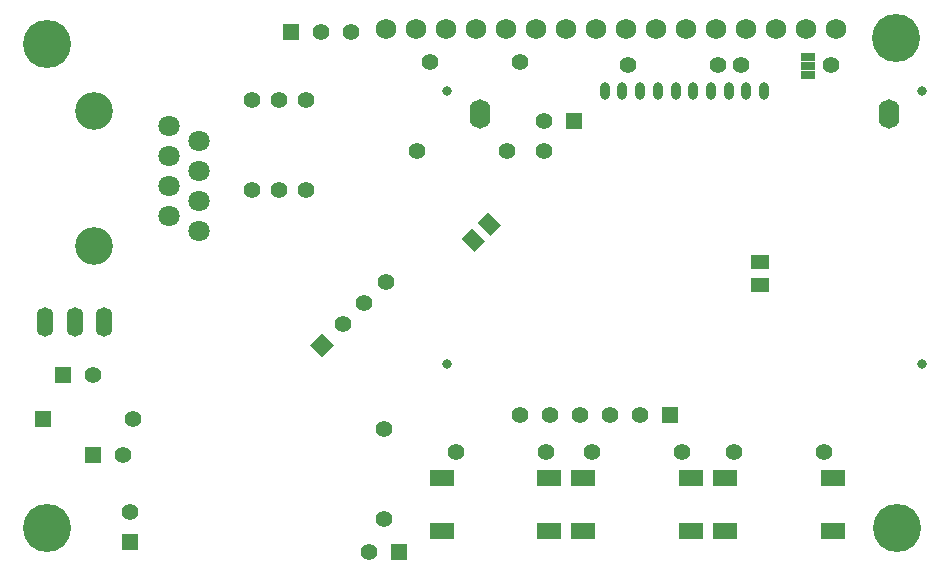
<source format=gbs>
G04 (created by PCBNEW (2013-05-18 BZR 4017)-stable) date Tue 31 Dec 2013 13:11:11 CST*
%MOIN*%
G04 Gerber Fmt 3.4, Leading zero omitted, Abs format*
%FSLAX34Y34*%
G01*
G70*
G90*
G04 APERTURE LIST*
%ADD10C,0.00590551*%
%ADD11C,0.055*%
%ADD12C,0.069*%
%ADD13R,0.059X0.0512*%
%ADD14C,0.16*%
%ADD15R,0.055X0.055*%
%ADD16R,0.0826772X0.0551181*%
%ADD17R,0.0492126X0.0295276*%
%ADD18O,0.0551181X0.0984252*%
%ADD19R,0.056X0.056*%
%ADD20C,0.056*%
%ADD21C,0.0708661*%
%ADD22C,0.125984*%
%ADD23O,0.0688976X0.0984252*%
%ADD24C,0.0314961*%
%ADD25O,0.0314961X0.0590551*%
G04 APERTURE END LIST*
G54D10*
G54D11*
X53228Y-38657D03*
X53228Y-41657D03*
X54133Y-41657D03*
X54133Y-38657D03*
X52322Y-41657D03*
X52322Y-38657D03*
X56732Y-49641D03*
X56732Y-52641D03*
G54D12*
X71800Y-36300D03*
X70800Y-36300D03*
X69800Y-36300D03*
X68800Y-36300D03*
X67800Y-36300D03*
X66800Y-36300D03*
X65800Y-36300D03*
X64800Y-36300D03*
X63800Y-36300D03*
X62800Y-36300D03*
X61800Y-36300D03*
X60800Y-36300D03*
X59800Y-36300D03*
X58800Y-36300D03*
X57800Y-36300D03*
X56800Y-36300D03*
G54D13*
X69251Y-44073D03*
X69251Y-44823D03*
G54D10*
G36*
X59667Y-42946D02*
X60085Y-43363D01*
X59723Y-43725D01*
X59305Y-43308D01*
X59667Y-42946D01*
X59667Y-42946D01*
G37*
G36*
X60198Y-42416D02*
X60615Y-42833D01*
X60253Y-43195D01*
X59836Y-42778D01*
X60198Y-42416D01*
X60198Y-42416D01*
G37*
G54D14*
X73818Y-52952D03*
X45472Y-52952D03*
X45472Y-36811D03*
X73800Y-36600D03*
G54D15*
X46035Y-47834D03*
G54D11*
X47035Y-47834D03*
G54D15*
X48267Y-53413D03*
G54D11*
X48267Y-52413D03*
G54D15*
X57232Y-53740D03*
G54D11*
X56232Y-53740D03*
X59129Y-50393D03*
X62129Y-50393D03*
X63657Y-50393D03*
X66657Y-50393D03*
X68381Y-50393D03*
X71381Y-50393D03*
X57830Y-40354D03*
X60830Y-40354D03*
G54D16*
X58641Y-53051D03*
X62224Y-53051D03*
X58641Y-51279D03*
X62224Y-51279D03*
X63366Y-53051D03*
X66948Y-53051D03*
X63366Y-51279D03*
X66948Y-51279D03*
X68090Y-53051D03*
X71673Y-53051D03*
X68090Y-51279D03*
X71673Y-51279D03*
G54D15*
X63059Y-39381D03*
G54D11*
X62059Y-39381D03*
X62059Y-40381D03*
G54D17*
X70866Y-37253D03*
X70866Y-37549D03*
X70866Y-37844D03*
G54D11*
X61244Y-37401D03*
X58244Y-37401D03*
G54D15*
X66240Y-49173D03*
G54D11*
X65240Y-49173D03*
X64240Y-49173D03*
X63240Y-49173D03*
X62240Y-49173D03*
X61240Y-49173D03*
G54D10*
G36*
X54648Y-47236D02*
X54259Y-46848D01*
X54648Y-46459D01*
X55036Y-46848D01*
X54648Y-47236D01*
X54648Y-47236D01*
G37*
G54D11*
X55355Y-46140D03*
X56062Y-45433D03*
X56769Y-44726D03*
G54D15*
X47019Y-50511D03*
G54D11*
X48019Y-50511D03*
X68618Y-37519D03*
X71618Y-37519D03*
X64838Y-37519D03*
X67838Y-37519D03*
G54D18*
X46417Y-46062D03*
X47401Y-46062D03*
X45433Y-46062D03*
G54D19*
X45350Y-49291D03*
G54D20*
X48350Y-49291D03*
G54D15*
X53606Y-36417D03*
G54D11*
X54606Y-36417D03*
X55606Y-36417D03*
G54D21*
X50550Y-40050D03*
X50550Y-41050D03*
X50550Y-42050D03*
X50550Y-43050D03*
X49550Y-39550D03*
X49550Y-40550D03*
X49550Y-41550D03*
X49550Y-42550D03*
G54D22*
X47050Y-39050D03*
X47050Y-43550D03*
G54D23*
X73543Y-39153D03*
X59921Y-39153D03*
G54D24*
X58818Y-38385D03*
X74645Y-38385D03*
X58818Y-47480D03*
X74645Y-47480D03*
G54D25*
X64074Y-38385D03*
X64665Y-38385D03*
X65255Y-38385D03*
X65846Y-38385D03*
X66437Y-38385D03*
X67027Y-38385D03*
X67618Y-38385D03*
X68208Y-38385D03*
X68799Y-38385D03*
X69389Y-38385D03*
M02*

</source>
